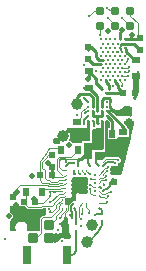
<source format=gbr>
G04 #@! TF.GenerationSoftware,KiCad,Pcbnew,7.0.10-7.0.10~ubuntu20.04.1*
G04 #@! TF.CreationDate,2024-01-02T22:15:02+00:00*
G04 #@! TF.ProjectId,yote,796f7465-2e6b-4696-9361-645f70636258,rev?*
G04 #@! TF.SameCoordinates,Original*
G04 #@! TF.FileFunction,Copper,L1,Top*
G04 #@! TF.FilePolarity,Positive*
%FSLAX46Y46*%
G04 Gerber Fmt 4.6, Leading zero omitted, Abs format (unit mm)*
G04 Created by KiCad (PCBNEW 7.0.10-7.0.10~ubuntu20.04.1) date 2024-01-02 22:15:02*
%MOMM*%
%LPD*%
G01*
G04 APERTURE LIST*
G04 Aperture macros list*
%AMRoundRect*
0 Rectangle with rounded corners*
0 $1 Rounding radius*
0 $2 $3 $4 $5 $6 $7 $8 $9 X,Y pos of 4 corners*
0 Add a 4 corners polygon primitive as box body*
4,1,4,$2,$3,$4,$5,$6,$7,$8,$9,$2,$3,0*
0 Add four circle primitives for the rounded corners*
1,1,$1+$1,$2,$3*
1,1,$1+$1,$4,$5*
1,1,$1+$1,$6,$7*
1,1,$1+$1,$8,$9*
0 Add four rect primitives between the rounded corners*
20,1,$1+$1,$2,$3,$4,$5,0*
20,1,$1+$1,$4,$5,$6,$7,0*
20,1,$1+$1,$6,$7,$8,$9,0*
20,1,$1+$1,$8,$9,$2,$3,0*%
G04 Aperture macros list end*
G04 #@! TA.AperFunction,SMDPad,CuDef*
%ADD10R,0.600000X0.500000*%
G04 #@! TD*
G04 #@! TA.AperFunction,SMDPad,CuDef*
%ADD11R,0.600000X0.800000*%
G04 #@! TD*
G04 #@! TA.AperFunction,SMDPad,CuDef*
%ADD12R,0.500000X0.600000*%
G04 #@! TD*
G04 #@! TA.AperFunction,SMDPad,CuDef*
%ADD13RoundRect,0.100000X0.350000X0.300000X-0.350000X0.300000X-0.350000X-0.300000X0.350000X-0.300000X0*%
G04 #@! TD*
G04 #@! TA.AperFunction,SMDPad,CuDef*
%ADD14RoundRect,0.100000X-0.350000X-0.300000X0.350000X-0.300000X0.350000X0.300000X-0.350000X0.300000X0*%
G04 #@! TD*
G04 #@! TA.AperFunction,SMDPad,CuDef*
%ADD15R,0.270000X0.250000*%
G04 #@! TD*
G04 #@! TA.AperFunction,ComponentPad*
%ADD16C,1.000000*%
G04 #@! TD*
G04 #@! TA.AperFunction,ConnectorPad*
%ADD17C,1.000000*%
G04 #@! TD*
G04 #@! TA.AperFunction,SMDPad,CuDef*
%ADD18C,0.243840*%
G04 #@! TD*
G04 #@! TA.AperFunction,SMDPad,CuDef*
%ADD19R,0.800000X0.600000*%
G04 #@! TD*
G04 #@! TA.AperFunction,SMDPad,CuDef*
%ADD20R,0.250000X0.270000*%
G04 #@! TD*
G04 #@! TA.AperFunction,SMDPad,CuDef*
%ADD21C,0.152400*%
G04 #@! TD*
G04 #@! TA.AperFunction,SMDPad,CuDef*
%ADD22C,0.220000*%
G04 #@! TD*
G04 #@! TA.AperFunction,SMDPad,CuDef*
%ADD23R,0.800000X1.600000*%
G04 #@! TD*
G04 #@! TA.AperFunction,SMDPad,CuDef*
%ADD24R,0.700000X0.600000*%
G04 #@! TD*
G04 #@! TA.AperFunction,ConnectorPad*
%ADD25C,0.787400*%
G04 #@! TD*
G04 #@! TA.AperFunction,ViaPad*
%ADD26C,0.300000*%
G04 #@! TD*
G04 #@! TA.AperFunction,ViaPad*
%ADD27C,0.500000*%
G04 #@! TD*
G04 #@! TA.AperFunction,Conductor*
%ADD28C,0.250000*%
G04 #@! TD*
G04 #@! TA.AperFunction,Conductor*
%ADD29C,0.150000*%
G04 #@! TD*
G04 #@! TA.AperFunction,Conductor*
%ADD30C,0.110000*%
G04 #@! TD*
G04 #@! TA.AperFunction,Conductor*
%ADD31C,0.500000*%
G04 #@! TD*
G04 #@! TA.AperFunction,Conductor*
%ADD32C,0.133500*%
G04 #@! TD*
G04 APERTURE END LIST*
D10*
X32450000Y47870000D03*
X33450000Y47870000D03*
D11*
X28640000Y43000000D03*
X27240000Y43000000D03*
D12*
X26450000Y42590000D03*
X26450000Y41590000D03*
D13*
X26240000Y36630000D03*
D14*
X24840000Y36630000D03*
X24840000Y35530000D03*
D13*
X26240000Y35530000D03*
D11*
X30150000Y43410000D03*
X31550000Y43410000D03*
D15*
X26290000Y38570000D03*
X26290000Y39120000D03*
D16*
X27400000Y44210000D03*
D17*
X27400000Y44210000D03*
D18*
X30600000Y52365000D03*
X31000000Y52365000D03*
X31400000Y52365000D03*
X31800000Y52365000D03*
X32200000Y52365000D03*
X32600000Y52365000D03*
X30800000Y52020000D03*
X31200000Y52020000D03*
X31600000Y52020000D03*
X32000000Y52020000D03*
X32400000Y52020000D03*
X30600000Y51675000D03*
X31000000Y51675000D03*
X31400000Y51675000D03*
X31800000Y51675000D03*
X32200000Y51675000D03*
X32600000Y51675000D03*
X30800000Y51330000D03*
X31200000Y51330000D03*
X31600000Y51330000D03*
X32000000Y51330000D03*
X32400000Y51330000D03*
X30600000Y50985000D03*
X31000000Y50985000D03*
X31400000Y50985000D03*
X31800000Y50985000D03*
X32200000Y50985000D03*
X32600000Y50985000D03*
X30800000Y50640000D03*
X31200000Y50640000D03*
X31600000Y50640000D03*
X32000000Y50640000D03*
X32400000Y50640000D03*
X30600000Y50295000D03*
X31000000Y50295000D03*
X31400000Y50295000D03*
X31800000Y50295000D03*
X32200000Y50295000D03*
X32600000Y50295000D03*
X30800000Y49950000D03*
X31200000Y49950000D03*
X31600000Y49950000D03*
X32000000Y49950000D03*
X32400000Y49950000D03*
X30600000Y49605000D03*
X31000000Y49605000D03*
X31400000Y49605000D03*
X31800000Y49605000D03*
X32200000Y49605000D03*
X32600000Y49605000D03*
X30800000Y49260000D03*
X31200000Y49260000D03*
X31600000Y49260000D03*
X32000000Y49260000D03*
X32400000Y49260000D03*
X30600000Y48915000D03*
X31000000Y48915000D03*
X31400000Y48915000D03*
X31800000Y48915000D03*
X32200000Y48915000D03*
X32600000Y48915000D03*
D19*
X32430000Y44510000D03*
X32430000Y43110000D03*
D15*
X28445000Y36720000D03*
X28445000Y36170000D03*
D20*
X31245000Y48170000D03*
X30695000Y48170000D03*
D21*
X27260000Y38130000D03*
X27260000Y38480000D03*
X27260000Y38830000D03*
X27260000Y39530000D03*
X27260000Y40230000D03*
X27260000Y40930000D03*
X27260000Y41630000D03*
X27260000Y41980000D03*
X27610000Y38130000D03*
X27610000Y38480000D03*
X27610000Y39180000D03*
X27610000Y39530000D03*
X27610000Y39880000D03*
X27610000Y40230000D03*
X27610000Y40580000D03*
X27610000Y40930000D03*
X27610000Y41280000D03*
X27610000Y41630000D03*
X27610000Y41980000D03*
X27960000Y38480000D03*
X27960000Y39180000D03*
X27960000Y39530000D03*
X27960000Y39880000D03*
X27960000Y40230000D03*
X27960000Y40580000D03*
X27960000Y40930000D03*
X27960000Y41280000D03*
X27960000Y41630000D03*
X28310000Y38130000D03*
X28310000Y38480000D03*
X28310000Y41280000D03*
X28310000Y41630000D03*
X28310000Y41980000D03*
X28660000Y38480000D03*
X28660000Y38830000D03*
X28660000Y39180000D03*
X28660000Y39530000D03*
X28660000Y39880000D03*
X28660000Y40230000D03*
X28660000Y40580000D03*
X28660000Y41280000D03*
X28660000Y41630000D03*
X29010000Y38130000D03*
X29010000Y38480000D03*
X29010000Y38830000D03*
X29010000Y39530000D03*
X29010000Y39880000D03*
X29010000Y40230000D03*
X29010000Y40580000D03*
X29010000Y41280000D03*
X29010000Y41630000D03*
X29010000Y41980000D03*
X29360000Y38480000D03*
X29360000Y38830000D03*
X29360000Y39530000D03*
X29360000Y39880000D03*
X29360000Y40230000D03*
X29360000Y40580000D03*
X29360000Y41280000D03*
X29360000Y41630000D03*
X29710000Y38130000D03*
X29710000Y38480000D03*
X29710000Y38830000D03*
X29710000Y41280000D03*
X29710000Y41630000D03*
X29710000Y41980000D03*
X30060000Y38480000D03*
X30060000Y38830000D03*
X30060000Y39180000D03*
X30060000Y39530000D03*
X30060000Y39880000D03*
X30060000Y40230000D03*
X30060000Y40580000D03*
X30060000Y40930000D03*
X30060000Y41280000D03*
X30060000Y41630000D03*
X30410000Y38130000D03*
X30410000Y38480000D03*
X30410000Y38830000D03*
X30410000Y39180000D03*
X30410000Y39530000D03*
X30410000Y39880000D03*
X30410000Y40230000D03*
X30410000Y40580000D03*
X30410000Y40930000D03*
X30410000Y41280000D03*
X30410000Y41630000D03*
X30410000Y41980000D03*
X30760000Y38130000D03*
X30760000Y38830000D03*
X30760000Y39530000D03*
X30760000Y40230000D03*
X30760000Y40930000D03*
X30760000Y41630000D03*
X30760000Y41980000D03*
D10*
X25430000Y40880000D03*
X26430000Y40880000D03*
D15*
X31550000Y41995000D03*
X31550000Y42545000D03*
D22*
X31090000Y47080000D03*
X31090000Y46680000D03*
X31090000Y46280000D03*
X31090000Y45880000D03*
X31090000Y45480000D03*
X30690000Y47080000D03*
X30690000Y46680000D03*
X30690000Y46280000D03*
X30690000Y45880000D03*
X30690000Y45480000D03*
X30290000Y47080000D03*
X30290000Y46680000D03*
X30290000Y46280000D03*
X30290000Y45880000D03*
X30290000Y45480000D03*
X29890000Y47080000D03*
X29890000Y46680000D03*
X29890000Y46280000D03*
X29890000Y45880000D03*
X29890000Y45480000D03*
X29490000Y47080000D03*
X29490000Y46680000D03*
X29490000Y46280000D03*
X29490000Y45880000D03*
X29490000Y45480000D03*
D23*
X27710000Y34110000D03*
X24310000Y34110000D03*
D15*
X30650000Y37565000D03*
X30650000Y37015000D03*
D10*
X24050000Y38630000D03*
X25050000Y38630000D03*
D20*
X28120000Y37250000D03*
X27570000Y37250000D03*
D12*
X32980000Y46410000D03*
X32980000Y45410000D03*
X33910000Y52510000D03*
X33910000Y51510000D03*
X29440000Y43310000D03*
X29440000Y44310000D03*
D15*
X27120000Y37255000D03*
X27120000Y36705000D03*
D19*
X29570000Y48270000D03*
X29570000Y49670000D03*
D20*
X29655000Y42650000D03*
X30205000Y42650000D03*
D19*
X33560000Y50630000D03*
X33560000Y49230000D03*
D24*
X28540000Y45400000D03*
D19*
X28540000Y44000000D03*
D12*
X31740000Y40310000D03*
X31740000Y41310000D03*
D16*
X29420000Y35220000D03*
D17*
X29420000Y35220000D03*
D11*
X31570000Y44400000D03*
X30170000Y44400000D03*
D12*
X23190000Y39030000D03*
X23190000Y38030000D03*
D20*
X26255000Y37770000D03*
X25705000Y37770000D03*
D16*
X29820000Y36670000D03*
D17*
X29820000Y36670000D03*
D12*
X29540000Y50690000D03*
X29540000Y51690000D03*
D16*
X28600000Y46890000D03*
D17*
X28600000Y46890000D03*
D20*
X28445000Y35620000D03*
X27895000Y35620000D03*
D25*
X33050000Y54765000D03*
X33050000Y53495000D03*
X31780000Y54765000D03*
X31780000Y53495000D03*
X30510000Y54765000D03*
X30510000Y53495000D03*
D11*
X25620000Y39490000D03*
X24220000Y39490000D03*
D26*
X27337428Y35276365D03*
X31775915Y41874085D03*
X30120000Y37520000D03*
D27*
X33260000Y52780000D03*
X30044500Y43320000D03*
D26*
X26192324Y37997353D03*
X31171290Y48571290D03*
D27*
X23480000Y39414500D03*
D26*
X31615934Y40554807D03*
X27946878Y37511099D03*
X29360000Y40230000D03*
X31200000Y49260000D03*
X28660000Y39880000D03*
X26270000Y39420000D03*
X32375500Y51330000D03*
X26785000Y35909002D03*
X29010000Y39880000D03*
X33390000Y47400000D03*
X30581615Y39796387D03*
X28660000Y39530000D03*
X26522087Y40624500D03*
X26658000Y39418243D03*
X29364397Y40583237D03*
X32000000Y49260000D03*
X29355492Y39526267D03*
X29010000Y39530000D03*
D27*
X29466842Y48979500D03*
D26*
X28660000Y40230000D03*
D27*
X32967272Y45462727D03*
D26*
X29610000Y54330000D03*
X30324000Y45277228D03*
X33869071Y51512079D03*
X29495469Y51432459D03*
X29010000Y40230000D03*
D27*
X24931798Y38824502D03*
X23410498Y38320000D03*
D26*
X33706757Y49636757D03*
X32400000Y52020000D03*
X27605500Y37179224D03*
X28660000Y40580000D03*
X29360000Y39880000D03*
X31800000Y50980000D03*
X27923597Y41943595D03*
X32200000Y51675000D03*
X29020000Y40590000D03*
X31503763Y42648535D03*
D27*
X26115813Y41947421D03*
D26*
X25689271Y37902138D03*
X29616032Y37674720D03*
X31130000Y55050000D03*
D27*
X22778778Y37417460D03*
D26*
X31600000Y52020000D03*
X28572668Y45942994D03*
D27*
X29540000Y50690000D03*
X24790498Y40835000D03*
D26*
X31009501Y47822512D03*
X31986022Y51325590D03*
X33045141Y45964859D03*
D27*
X27905500Y43454500D03*
D26*
X29170000Y48220000D03*
X28925000Y36575000D03*
X29248940Y40956028D03*
D27*
X31191720Y53057377D03*
D26*
X32000000Y52020000D03*
D27*
X32417065Y53124894D03*
D26*
X29005000Y37596346D03*
X32400000Y54180000D03*
X31180000Y54180000D03*
X28880500Y37130984D03*
X30060000Y40230000D03*
X30500700Y52720000D03*
X27000000Y36270000D03*
X30600000Y50985000D03*
X29135493Y50207003D03*
X32395834Y50631692D03*
X30060000Y39530000D03*
X28372332Y40945375D03*
X29145500Y47390500D03*
X28802762Y40942397D03*
X30009500Y45039938D03*
X29702071Y39671302D03*
X29217484Y46098831D03*
X29709999Y40059086D03*
X32402741Y48462741D03*
X32065500Y42152614D03*
X32963992Y50060000D03*
X32200000Y50295000D03*
X30060000Y40930000D03*
X29140000Y45250000D03*
X31230000Y39130000D03*
X31420189Y39469911D03*
X31000000Y50300000D03*
X30994104Y40441809D03*
X32000000Y50640000D03*
X31058086Y40826021D03*
X32956291Y49655950D03*
X32920498Y49240000D03*
X31168269Y41593497D03*
X32200000Y49610000D03*
X31084502Y38590000D03*
X30879522Y40047312D03*
X31998543Y49943357D03*
X31150500Y41204402D03*
X31800000Y49605000D03*
X32870019Y50684500D03*
X31629500Y48417920D03*
X29739885Y40570526D03*
X31200000Y50640000D03*
X22495532Y35445531D03*
X30209500Y49685523D03*
X29660212Y40961243D03*
D28*
X33765000Y52365000D02*
X33910000Y52510000D01*
D29*
X31330000Y39924532D02*
X31330000Y40270000D01*
D28*
X30270000Y44390000D02*
X30270000Y43420000D01*
X29520000Y42860000D02*
X28931200Y42271200D01*
D29*
X27610000Y41980000D02*
X27610000Y42200000D01*
X31760000Y40410741D02*
X31615934Y40554807D01*
X31550000Y41995000D02*
X31655000Y41995000D01*
D28*
X29520000Y43320000D02*
X30170000Y43320000D01*
D30*
X27143132Y40008800D02*
X27064332Y39930000D01*
D29*
X28660000Y42200000D02*
X28670000Y42210000D01*
X31330000Y40270000D02*
X31360000Y40300000D01*
D30*
X33050000Y54765000D02*
X33050000Y54390000D01*
D28*
X33120000Y52365000D02*
X33120000Y52640000D01*
D29*
X31760000Y40300000D02*
X31760000Y40410741D01*
D28*
X31265000Y48190000D02*
X31245000Y48170000D01*
D29*
X27946878Y37511099D02*
X28145000Y37312977D01*
D28*
X30270000Y43420000D02*
X30260000Y43410000D01*
X32600000Y52365000D02*
X33120000Y52365000D01*
D29*
X28068800Y37811200D02*
X28145000Y37735000D01*
X30410000Y38130000D02*
X30650000Y37890000D01*
D30*
X27260000Y38830000D02*
X27260000Y38797158D01*
X27297175Y41280000D02*
X27038800Y41538375D01*
D29*
X27588800Y42221200D02*
X27160091Y42221200D01*
X30967753Y39737753D02*
X31143221Y39737753D01*
D28*
X29520000Y43320000D02*
X29520000Y42785000D01*
D29*
X28310000Y38480000D02*
X28068800Y38238800D01*
D30*
X27610000Y41280000D02*
X27297175Y41280000D01*
D28*
X30690000Y44920000D02*
X30170000Y44400000D01*
D29*
X29468800Y41871200D02*
X29468800Y42463800D01*
X30760000Y39530000D02*
X30967753Y39737753D01*
D30*
X27610000Y40230000D02*
X27388800Y40008800D01*
X27260000Y38797158D02*
X26820000Y38357158D01*
X28621405Y42238595D02*
X28660000Y42200000D01*
D29*
X31360000Y40300000D02*
X31760000Y40300000D01*
D30*
X33710000Y53730000D02*
X33710000Y52710000D01*
D28*
X29520000Y43320000D02*
X29520000Y42860000D01*
D29*
X27610000Y42200000D02*
X27645000Y42235000D01*
D30*
X30150000Y43410000D02*
X30134500Y43410000D01*
X27038800Y42099909D02*
X27160091Y42221200D01*
D28*
X23190000Y39124500D02*
X23480000Y39414500D01*
X28731200Y42271200D02*
X28660000Y42200000D01*
D29*
X31655000Y41995000D02*
X31775915Y41874085D01*
X31125000Y41995000D02*
X31550000Y41995000D01*
D28*
X30690000Y45480000D02*
X30690000Y44920000D01*
D30*
X30134500Y43410000D02*
X30044500Y43320000D01*
D28*
X33120000Y52640000D02*
X33260000Y52780000D01*
D30*
X26170000Y39930000D02*
X26065000Y40035000D01*
D28*
X33120000Y52365000D02*
X33765000Y52365000D01*
X29520000Y42785000D02*
X29655000Y42650000D01*
D30*
X33050000Y54390000D02*
X33710000Y53730000D01*
X26065000Y40035000D02*
X23775000Y40035000D01*
D29*
X29710000Y41630000D02*
X29468800Y41871200D01*
D30*
X26255000Y37770000D02*
X26255000Y37934677D01*
D29*
X28660000Y41630000D02*
X28660000Y42200000D01*
D30*
X27038800Y41538375D02*
X27038800Y42099909D01*
D29*
X31143221Y39737753D02*
X31330000Y39924532D01*
X30650000Y37890000D02*
X30650000Y37565000D01*
D28*
X31000000Y48915000D02*
X31000000Y48742580D01*
D30*
X26820000Y38357158D02*
X26820000Y38137158D01*
D29*
X28145000Y37312977D02*
X28145000Y37250000D01*
D28*
X31265000Y48477580D02*
X31265000Y48190000D01*
D30*
X23775000Y40035000D02*
X23150000Y39410000D01*
D29*
X27610000Y42200000D02*
X27588800Y42221200D01*
D30*
X27064332Y39930000D02*
X26170000Y39930000D01*
X33710000Y52710000D02*
X33910000Y52510000D01*
D28*
X28931200Y42271200D02*
X28731200Y42271200D01*
X23190000Y39030000D02*
X23190000Y39124500D01*
D30*
X27388800Y40008800D02*
X27143132Y40008800D01*
D29*
X30120000Y37520000D02*
X30165000Y37565000D01*
D28*
X30170000Y43320000D02*
X30260000Y43410000D01*
D30*
X26452842Y37770000D02*
X26255000Y37770000D01*
D29*
X30165000Y37565000D02*
X30650000Y37565000D01*
X30760000Y41630000D02*
X31125000Y41995000D01*
D30*
X26820000Y38137158D02*
X26452842Y37770000D01*
D29*
X29468800Y42463800D02*
X29655000Y42650000D01*
D28*
X31000000Y48742580D02*
X31265000Y48477580D01*
D29*
X28145000Y37735000D02*
X28145000Y37250000D01*
D30*
X26255000Y37934677D02*
X26192324Y37997353D01*
X27648595Y42238595D02*
X28621405Y42238595D01*
D29*
X28068800Y38238800D02*
X28068800Y37811200D01*
D30*
X23150000Y39410000D02*
X23150000Y39050000D01*
D28*
X29570000Y49082658D02*
X29570000Y49670000D01*
D29*
X29010000Y40230000D02*
X29360000Y40230000D01*
X28240000Y38830000D02*
X27830000Y38830000D01*
X29020000Y40590000D02*
X29020000Y40240000D01*
D30*
X23605000Y38155000D02*
X24329500Y37430500D01*
D29*
X29364397Y40583237D02*
X29357634Y40590000D01*
D28*
X29890000Y46280000D02*
X29890000Y45880000D01*
D29*
X28340000Y40240000D02*
X28340000Y39890000D01*
D28*
X30185000Y49055000D02*
X30185000Y48630000D01*
D30*
X27595000Y37250000D02*
X27595000Y37642158D01*
D28*
X31055000Y45423788D02*
X31090000Y45458788D01*
D30*
X24329500Y37430500D02*
X24975000Y37430500D01*
D29*
X32145000Y42545000D02*
X32430000Y42260000D01*
D30*
X26270000Y39420000D02*
X26290000Y39400000D01*
X26769757Y39530000D02*
X27260000Y39530000D01*
D28*
X29540000Y51476990D02*
X29495469Y51432459D01*
D30*
X27320000Y36069002D02*
X27320000Y36525000D01*
D29*
X28660000Y39880000D02*
X28350000Y39880000D01*
X27830000Y38830000D02*
X27610000Y38610000D01*
D30*
X23410498Y38320000D02*
X23575498Y38155000D01*
D31*
X33560000Y49230000D02*
X33560000Y47950000D01*
D29*
X30205000Y42650000D02*
X31445000Y42650000D01*
D30*
X26260000Y39120000D02*
X26290000Y39120000D01*
X25050000Y38706300D02*
X25050000Y38550000D01*
D29*
X28273595Y41943595D02*
X28310000Y41980000D01*
D28*
X30150000Y50895000D02*
X30150000Y51290000D01*
D29*
X32278081Y51596919D02*
X32200000Y51675000D01*
X28350000Y40230000D02*
X28340000Y40240000D01*
X27960000Y38480000D02*
X27610000Y38480000D01*
X31550000Y42545000D02*
X32145000Y42545000D01*
D28*
X31090000Y45458788D02*
X31079394Y45469394D01*
D30*
X27280998Y35909002D02*
X26785000Y35909002D01*
D28*
X31780000Y41300000D02*
X31760000Y41300000D01*
X33910000Y51510000D02*
X33400000Y52020000D01*
X30415000Y50630000D02*
X30150000Y50895000D01*
D29*
X28340000Y39890000D02*
X28340000Y39530000D01*
X29020000Y40240000D02*
X29010000Y40230000D01*
D31*
X33560000Y47950000D02*
X33450000Y47840000D01*
D29*
X29010000Y40230000D02*
X28660000Y40230000D01*
D28*
X33910000Y51510000D02*
X33871150Y51510000D01*
X31550000Y43410000D02*
X31830000Y43410000D01*
D29*
X27923595Y41943595D02*
X27610000Y41630000D01*
X29355492Y39526267D02*
X29351759Y39530000D01*
D30*
X33010000Y43890000D02*
X33010000Y45380000D01*
D29*
X31503763Y42648535D02*
X31503763Y42591237D01*
D30*
X24975000Y36465000D02*
X24975000Y37430500D01*
D29*
X30650000Y37015000D02*
X30650000Y36654213D01*
D28*
X26115813Y41908294D02*
X26434107Y41590000D01*
D30*
X27060000Y35809002D02*
X27060000Y35600000D01*
X31800000Y50985000D02*
X31800000Y50980000D01*
D28*
X26440000Y41590000D02*
X26440000Y40890000D01*
D29*
X28340000Y39530000D02*
X28340000Y38930000D01*
D28*
X26115813Y41947421D02*
X26115813Y41908294D01*
D30*
X27595000Y37250000D02*
X27605500Y37239500D01*
X23575498Y38155000D02*
X23605000Y38155000D01*
D28*
X33450000Y47460000D02*
X33390000Y47400000D01*
D29*
X30581615Y39796387D02*
X30498002Y39880000D01*
X30168800Y42613800D02*
X30168800Y41871200D01*
D28*
X32430000Y43110000D02*
X32430000Y41950000D01*
X31550000Y43410000D02*
X31055000Y43905000D01*
D30*
X32430000Y43110000D02*
X32890000Y43570000D01*
D29*
X32200000Y51675000D02*
X32321919Y51796919D01*
D30*
X32890000Y43570000D02*
X32890000Y43770000D01*
X33560000Y49230000D02*
X33560000Y49490000D01*
D29*
X28340000Y38930000D02*
X28240000Y38830000D01*
D30*
X30045000Y54765000D02*
X29610000Y54330000D01*
D28*
X29570000Y49670000D02*
X30185000Y49055000D01*
X30290000Y45880000D02*
X30290000Y45311228D01*
D29*
X27610000Y38610000D02*
X27610000Y38480000D01*
D30*
X27605500Y37179224D02*
X27594224Y37179224D01*
X24931798Y38824502D02*
X25050000Y38706300D01*
X25705000Y37770000D02*
X25314500Y37770000D01*
D28*
X30235000Y48630000D02*
X30695000Y48170000D01*
D29*
X28420000Y40580000D02*
X28340000Y40500000D01*
D28*
X29505000Y45465000D02*
X29495061Y45474939D01*
D30*
X27570000Y35620000D02*
X27280998Y35909002D01*
D29*
X32400000Y51330000D02*
X32278081Y51451919D01*
D30*
X27594224Y37179224D02*
X27120000Y36705000D01*
D29*
X29010000Y39880000D02*
X29010000Y39530000D01*
D30*
X27595000Y37642158D02*
X27848800Y37895958D01*
D29*
X31503763Y42591237D02*
X31550000Y42545000D01*
X29552159Y35220000D02*
X29420000Y35220000D01*
D30*
X32890000Y43770000D02*
X33010000Y43890000D01*
D29*
X32321919Y51796919D02*
X32321919Y51941919D01*
D28*
X23410498Y38320000D02*
X23190000Y38099502D01*
D29*
X30650000Y36654213D02*
X30384698Y36052539D01*
X28350000Y39880000D02*
X28340000Y39890000D01*
D30*
X25705000Y37770000D02*
X25705000Y37886409D01*
D29*
X31445000Y42650000D02*
X31550000Y42545000D01*
D28*
X33871150Y51510000D02*
X33869071Y51512079D01*
D29*
X32321919Y51941919D02*
X32400000Y52020000D01*
X30205000Y42650000D02*
X30168800Y42613800D01*
X29360000Y39530775D02*
X29360000Y40580000D01*
X28660000Y40230000D02*
X28350000Y40230000D01*
D28*
X31830000Y43410000D02*
X32130000Y43410000D01*
D29*
X30384698Y36052539D02*
X29552159Y35220000D01*
D28*
X30690000Y45880000D02*
X29890000Y45880000D01*
D30*
X27610000Y40930000D02*
X27388800Y40708800D01*
X25050000Y38550000D02*
X25690000Y38550000D01*
D32*
X26601200Y40708800D02*
X26430000Y40880000D01*
D29*
X32278081Y51451919D02*
X32278081Y51596919D01*
D30*
X25314500Y37770000D02*
X25200000Y37655500D01*
X27895000Y35620000D02*
X27570000Y35620000D01*
X25690000Y38550000D02*
X26260000Y39120000D01*
X27848800Y37895958D02*
X27848800Y38368800D01*
X33010000Y45380000D02*
X32980000Y45410000D01*
D29*
X30168800Y41871200D02*
X30410000Y41630000D01*
D28*
X31055000Y43905000D02*
X31055000Y45423788D01*
D29*
X29010000Y40580000D02*
X28660000Y40580000D01*
X29010000Y40230000D02*
X29010000Y39880000D01*
D28*
X30690000Y46280000D02*
X30690000Y45880000D01*
D29*
X29355492Y39526267D02*
X29360000Y39530775D01*
X27923597Y41943595D02*
X27923595Y41943595D01*
D28*
X29540000Y51690000D02*
X29540000Y51476990D01*
D29*
X29010000Y39880000D02*
X29360000Y39880000D01*
D28*
X29440000Y44310000D02*
X29505000Y44375000D01*
X30800000Y50640000D02*
X30790000Y50630000D01*
D29*
X29010000Y40590000D02*
X29010000Y40580000D01*
D28*
X28540000Y44040000D02*
X28540000Y44030000D01*
D29*
X29010000Y39530000D02*
X28660000Y39530000D01*
D30*
X27848800Y38368800D02*
X27960000Y38480000D01*
D28*
X33400000Y52020000D02*
X32400000Y52020000D01*
D29*
X28660000Y40580000D02*
X28420000Y40580000D01*
D30*
X26380000Y39530000D02*
X27260000Y39530000D01*
D28*
X30290000Y45311228D02*
X30324000Y45277228D01*
D29*
X28660000Y39530000D02*
X28340000Y39530000D01*
D28*
X32130000Y43410000D02*
X32430000Y43110000D01*
D29*
X32400000Y51330000D02*
X32375500Y51330000D01*
D32*
X26670000Y40708800D02*
X26601200Y40708800D01*
D30*
X26658000Y39418243D02*
X26769757Y39530000D01*
X26670000Y40708800D02*
X26621200Y40708800D01*
D29*
X29363237Y40583237D02*
X29360000Y40580000D01*
D28*
X30185000Y48630000D02*
X30235000Y48630000D01*
X30150000Y51290000D02*
X29750000Y51690000D01*
D30*
X27320000Y36525000D02*
X27180000Y36665000D01*
D28*
X29750000Y51690000D02*
X29540000Y51690000D01*
X29466842Y48979500D02*
X29570000Y49082658D01*
D30*
X26265000Y35505000D02*
X26965000Y35505000D01*
X24975000Y37430500D02*
X25200000Y37655500D01*
D29*
X29351759Y39530000D02*
X29010000Y39530000D01*
D30*
X27605500Y37239500D02*
X27605500Y37179224D01*
D29*
X28340000Y40500000D02*
X28340000Y40240000D01*
X29010000Y39880000D02*
X28660000Y39880000D01*
D28*
X30790000Y50630000D02*
X30415000Y50630000D01*
X23190000Y38099502D02*
X23190000Y38030000D01*
D29*
X29364397Y40583237D02*
X29363237Y40583237D01*
D28*
X33450000Y47840000D02*
X33450000Y47460000D01*
D29*
X30498002Y39880000D02*
X30410000Y39880000D01*
X28660000Y40580000D02*
X28660000Y39530000D01*
D30*
X30510000Y54765000D02*
X30045000Y54765000D01*
D29*
X29357634Y40590000D02*
X29010000Y40590000D01*
D30*
X27388800Y40708800D02*
X26670000Y40708800D01*
D28*
X29505000Y44375000D02*
X29505000Y45465000D01*
D30*
X33560000Y49490000D02*
X33706757Y49636757D01*
D28*
X29520000Y44320000D02*
X29420000Y44420000D01*
D29*
X27923597Y41943595D02*
X28273595Y41943595D01*
D30*
X26290000Y39400000D02*
X26290000Y39120000D01*
X26965000Y35505000D02*
X27060000Y35600000D01*
D28*
X32430000Y41950000D02*
X31780000Y41300000D01*
X32880000Y45440000D02*
X32880000Y45320000D01*
D30*
X27320000Y36069002D02*
X27060000Y35809002D01*
X26270000Y39420000D02*
X26380000Y39530000D01*
X25705000Y37886409D02*
X25689271Y37902138D01*
X26620000Y38502825D02*
X26620000Y38430000D01*
X26482353Y38292353D02*
X25622353Y38292353D01*
X26620000Y38430000D02*
X26482353Y38292353D01*
X24440000Y38160000D02*
X24220000Y38380000D01*
X27481200Y39051200D02*
X27168375Y39051200D01*
X24220000Y38380000D02*
X24220000Y39490000D01*
X25490000Y38160000D02*
X24440000Y38160000D01*
X27168375Y39051200D02*
X26620000Y38502825D01*
X27610000Y39180000D02*
X27481200Y39051200D01*
X25622353Y38292353D02*
X25490000Y38160000D01*
X27180000Y37510000D02*
X27180000Y37315000D01*
X27610000Y38130000D02*
X27610000Y37940000D01*
X27180000Y37315000D02*
X27120000Y37255000D01*
X27610000Y37940000D02*
X27180000Y37510000D01*
X27780000Y34040000D02*
X27710000Y34110000D01*
D32*
X28357132Y34232132D02*
X28322868Y34197868D01*
X28445000Y36170000D02*
X28445000Y34444264D01*
D30*
X27710000Y34785000D02*
X27710000Y34110000D01*
D32*
X28110736Y34110000D02*
X27710000Y34110000D01*
X28110736Y34109975D02*
G75*
G03*
X28322868Y34197868I-36J300025D01*
G01*
X28357114Y34232150D02*
G75*
G03*
X28445000Y34444264I-212114J212150D01*
G01*
D30*
X26981490Y40130000D02*
X26252843Y40130000D01*
X26147843Y40235000D02*
X25635000Y40235000D01*
X27099733Y43140267D02*
X27240000Y43000000D01*
X27260000Y40230000D02*
X27081490Y40230000D01*
X25430000Y40440000D02*
X25430000Y42035087D01*
X26205662Y43140267D02*
X27099733Y43140267D01*
X25430000Y42035087D02*
X25824432Y42569624D01*
X27081490Y40230000D02*
X26981490Y40130000D01*
X25635000Y40235000D02*
X25430000Y40440000D01*
X26252843Y40130000D02*
X26147843Y40235000D01*
X25824432Y42569624D02*
X26205662Y43140267D01*
X27610000Y39530000D02*
X27388800Y39308800D01*
X27028800Y39308800D02*
X26290000Y38570000D01*
X27388800Y39308800D02*
X27028800Y39308800D01*
X26335686Y40330000D02*
X26230686Y40435000D01*
X25904412Y42364412D02*
X26090000Y42550000D01*
X26055000Y40435000D02*
X25875000Y40615000D01*
X27019847Y40451200D02*
X26898647Y40330000D01*
X25875000Y40615000D02*
X25875000Y41275000D01*
X26230686Y40435000D02*
X26055000Y40435000D01*
X26898647Y40330000D02*
X26335686Y40330000D01*
X25630000Y41520000D02*
X25630000Y41992527D01*
X26090000Y42550000D02*
X26420000Y42550000D01*
X25875000Y41275000D02*
X25630000Y41520000D01*
X27610000Y40580000D02*
X27481200Y40451200D01*
X27481200Y40451200D02*
X27019847Y40451200D01*
X25630000Y41992527D02*
X25904412Y42364412D01*
X29618375Y37677063D02*
X29618375Y37908800D01*
X29616032Y37674720D02*
X29618375Y37677063D01*
X29360000Y38167175D02*
X29360000Y38480000D01*
X29618375Y37908800D02*
X29360000Y38167175D01*
X31415000Y54765000D02*
X31780000Y54765000D01*
X31130000Y55050000D02*
X31415000Y54765000D01*
D28*
X31800000Y48915000D02*
X31800000Y48763608D01*
X32430000Y47820000D02*
X31009501Y47820000D01*
X31800000Y48763608D02*
X32037741Y48525867D01*
X32450000Y47840000D02*
X32430000Y47820000D01*
X32037741Y48525867D02*
X32037741Y48252259D01*
X32037741Y48252259D02*
X32450000Y47840000D01*
X29935000Y50295000D02*
X29540000Y50690000D01*
X30600000Y50295000D02*
X29935000Y50295000D01*
D29*
X31990432Y51330000D02*
X31986022Y51325590D01*
X32000000Y51330000D02*
X31990432Y51330000D01*
D28*
X32740000Y51535000D02*
X32740000Y51330000D01*
X32740000Y51330000D02*
X33440000Y50630000D01*
X32600000Y51675000D02*
X32740000Y51535000D01*
X33045141Y45964859D02*
X33045141Y46344859D01*
D29*
X31390000Y46540000D02*
X31760000Y46170000D01*
D28*
X30690000Y47235563D02*
X30859437Y47405000D01*
X31920000Y46170000D02*
X32740000Y46170000D01*
X33045141Y46344859D02*
X32980000Y46410000D01*
X30690000Y46680000D02*
X30690000Y47080000D01*
D29*
X31760000Y46170000D02*
X31920000Y46170000D01*
X31390000Y47239620D02*
X31390000Y46540000D01*
D28*
X30690000Y47080000D02*
X30690000Y47235563D01*
X30859437Y47405000D02*
X31224620Y47405000D01*
D29*
X31224620Y47405000D02*
X31390000Y47239620D01*
D28*
X32740000Y46170000D02*
X32980000Y46410000D01*
X31210936Y46280000D02*
X32580000Y44910936D01*
X31090000Y46280000D02*
X31210936Y46280000D01*
X32580000Y44910936D02*
X32580000Y44510000D01*
X29220000Y48270000D02*
X29170000Y48220000D01*
X29570000Y48270000D02*
X29220000Y48270000D01*
X30290000Y47550000D02*
X29570000Y48270000D01*
X30290000Y46280000D02*
X30290000Y47080000D01*
X30290000Y47080000D02*
X30290000Y47550000D01*
D30*
X29248940Y40956028D02*
X29010000Y41194968D01*
X29010000Y41194968D02*
X29010000Y41280000D01*
D28*
X32200000Y52365000D02*
X32200000Y52907829D01*
X32200000Y52907829D02*
X32417065Y53124894D01*
D30*
X33050000Y53495000D02*
X33050000Y53530000D01*
X33050000Y53530000D02*
X32400000Y54180000D01*
X29005000Y37596346D02*
X29010000Y37601346D01*
X29010000Y37601346D02*
X29010000Y38130000D01*
X28710000Y38180000D02*
X29010000Y38480000D01*
X31780000Y53580000D02*
X31180000Y54180000D01*
X31780000Y53495000D02*
X31780000Y53581502D01*
X28880500Y37130984D02*
X28710000Y37301484D01*
X28710000Y37301484D02*
X28710000Y38180000D01*
X31780000Y53495000D02*
X31780000Y53580000D01*
X30510000Y52729300D02*
X30510000Y53495000D01*
X30500700Y52720000D02*
X30510000Y52729300D01*
X27147175Y39730000D02*
X25860000Y39730000D01*
X27538800Y39808800D02*
X27225975Y39808800D01*
X27610000Y39880000D02*
X27538800Y39808800D01*
X27225975Y39808800D02*
X27147175Y39730000D01*
X25860000Y39730000D02*
X25620000Y39490000D01*
D32*
X28310000Y38130000D02*
X28357132Y38082868D01*
X28445000Y37870736D02*
X28445000Y36720000D01*
X28445025Y37870736D02*
G75*
G03*
X28357132Y38082868I-300025J-36D01*
G01*
D30*
X26838800Y42243800D02*
X27050000Y42455000D01*
X28095000Y42455000D02*
X28640000Y43000000D01*
X27260000Y40930000D02*
X26838800Y41351200D01*
X26838800Y41351200D02*
X26838800Y42243800D01*
X27050000Y42455000D02*
X28095000Y42455000D01*
D28*
X31570000Y45459620D02*
X31570000Y44400000D01*
X31149620Y45880000D02*
X31570000Y45459620D01*
X31090000Y45880000D02*
X31149620Y45880000D01*
D30*
X32395834Y50635834D02*
X32400000Y50640000D01*
X32395834Y50631692D02*
X32395834Y50635834D01*
X28922484Y45832484D02*
X28500000Y45410000D01*
X28922484Y46221025D02*
X28922484Y45832484D01*
X28922484Y46221025D02*
X29381459Y46680000D01*
X29381459Y46680000D02*
X29490000Y46680000D01*
D29*
X28310000Y41007707D02*
X28310000Y41280000D01*
X28372332Y40945375D02*
X28310000Y41007707D01*
X29145500Y47390500D02*
X29179500Y47390500D01*
X29179500Y47390500D02*
X29490000Y47080000D01*
D30*
X27260000Y37900000D02*
X26760000Y37400000D01*
X26760000Y37150000D02*
X26265000Y36655000D01*
X27260000Y38130000D02*
X27260000Y37900000D01*
X26760000Y37400000D02*
X26760000Y37150000D01*
X25720000Y37300000D02*
X25550000Y37130000D01*
X27020000Y37980000D02*
X26340000Y37300000D01*
X27020000Y38250000D02*
X27020000Y37980000D01*
X25550000Y37130000D02*
X25550000Y36000000D01*
X25155000Y35605000D02*
X24915000Y35605000D01*
X27260000Y38480000D02*
X27250000Y38480000D01*
X25550000Y36000000D02*
X25155000Y35605000D01*
X26340000Y37300000D02*
X25720000Y37300000D01*
X27250000Y38480000D02*
X27020000Y38250000D01*
X28802762Y40942397D02*
X28660000Y41085159D01*
X28660000Y41085159D02*
X28660000Y41280000D01*
D29*
X30009500Y45039938D02*
X30009500Y45350378D01*
X30009500Y45350378D02*
X29890000Y45469878D01*
X29890000Y45469878D02*
X29890000Y45480000D01*
X29398653Y46280000D02*
X29217484Y46098831D01*
D30*
X29702071Y39671302D02*
X29702071Y39375123D01*
X29702071Y39375123D02*
X29897194Y39180000D01*
D29*
X29490000Y46280000D02*
X29398653Y46280000D01*
D30*
X29897194Y39180000D02*
X30060000Y39180000D01*
X32200000Y48850000D02*
X32200000Y48915000D01*
X32402741Y48647259D02*
X32200000Y48850000D01*
X29740914Y40059086D02*
X29709999Y40059086D01*
X29920000Y39880000D02*
X29740914Y40059086D01*
X32402741Y48462741D02*
X32402741Y48647259D01*
X30060000Y39880000D02*
X29920000Y39880000D01*
X31045000Y42265000D02*
X30760000Y41980000D01*
X32065500Y42152614D02*
X31953114Y42265000D01*
X31953114Y42265000D02*
X31045000Y42265000D01*
X32853992Y49950000D02*
X32400000Y49950000D01*
X32963992Y50060000D02*
X32853992Y49950000D01*
X30538800Y39051200D02*
X30410000Y39180000D01*
D29*
X29140000Y45250000D02*
X29140000Y45530000D01*
D30*
X31230000Y39130000D02*
X31021625Y38921625D01*
X30851625Y39051200D02*
X30538800Y39051200D01*
X30981200Y38921625D02*
X30851625Y39051200D01*
D29*
X29140000Y45530000D02*
X29490000Y45880000D01*
D30*
X31021625Y38921625D02*
X30981200Y38921625D01*
X31420189Y39469911D02*
X31153178Y39469911D01*
X30934467Y39251200D02*
X30688800Y39251200D01*
X30688800Y39251200D02*
X30410000Y39530000D01*
X31000000Y50295000D02*
X31000000Y50300000D01*
X31153178Y39469911D02*
X30934467Y39251200D01*
X30984713Y40451200D02*
X30994104Y40441809D01*
X30631200Y40451200D02*
X30984713Y40451200D01*
X30410000Y40230000D02*
X30631200Y40451200D01*
X30791301Y40656200D02*
X30871910Y40736809D01*
X30968874Y40736809D02*
X31058086Y40826021D01*
X32956291Y49655950D02*
X32905341Y49605000D01*
X30410000Y40580000D02*
X30486200Y40656200D01*
X30871910Y40736809D02*
X30968874Y40736809D01*
X32905341Y49605000D02*
X32600000Y49605000D01*
X30486200Y40656200D02*
X30791301Y40656200D01*
X32400000Y49260000D02*
X32900498Y49260000D01*
X31168269Y41593497D02*
X31074174Y41499402D01*
X30979402Y41499402D02*
X30410000Y40930000D01*
X32900498Y49260000D02*
X32920498Y49240000D01*
X31074174Y41499402D02*
X30979402Y41499402D01*
X32200000Y49605000D02*
X32200000Y49610000D01*
X31084502Y38590000D02*
X30974502Y38480000D01*
X30974502Y38480000D02*
X30410000Y38480000D01*
X30879522Y40047312D02*
X30879522Y40110478D01*
X30879522Y40110478D02*
X30760000Y40230000D01*
X32000000Y49950000D02*
X32000000Y49944814D01*
X32000000Y49944814D02*
X31998543Y49943357D01*
X30760000Y40945129D02*
X30867436Y41052565D01*
X30867436Y41052565D02*
X31019273Y41204402D01*
X31019273Y41204402D02*
X31150500Y41204402D01*
X30760000Y40930000D02*
X30760000Y40945129D01*
X30060000Y40580000D02*
X29749359Y40580000D01*
X32870019Y50684500D02*
X32600000Y50414481D01*
X32600000Y50414481D02*
X32600000Y50295000D01*
X29749359Y40580000D02*
X29739885Y40570526D01*
D28*
X29604168Y47755000D02*
X28865000Y47755000D01*
X29890000Y47469168D02*
X29604168Y47755000D01*
X28600000Y47490000D02*
X28600000Y46860000D01*
X29890000Y46680000D02*
X29890000Y47469168D01*
X28865000Y47755000D02*
X28600000Y47490000D01*
D30*
X29660212Y40961243D02*
X29360000Y41261455D01*
X29360000Y41261455D02*
X29360000Y41280000D01*
G04 #@! TA.AperFunction,Conductor*
G36*
X24125765Y38250315D02*
G01*
X24146407Y38233681D01*
X24347631Y38032458D01*
X24359503Y38020586D01*
X24359511Y38020581D01*
X24364223Y38019319D01*
X24394112Y38006938D01*
X24398333Y38004501D01*
X24402572Y38004500D01*
X24419527Y38004500D01*
X24419530Y38004500D01*
X24419531Y38004500D01*
X25518066Y38004500D01*
X25518082Y38004501D01*
X25531666Y38004501D01*
X25531670Y38004502D01*
X25535886Y38006936D01*
X25565783Y38019320D01*
X25570486Y38020580D01*
X25570490Y38020582D01*
X25570492Y38020583D01*
X25580091Y38030182D01*
X25580108Y38030197D01*
X25650444Y38100534D01*
X25711767Y38134019D01*
X25738126Y38136853D01*
X25796000Y38136853D01*
X25863039Y38117168D01*
X25908794Y38064364D01*
X25920000Y38012853D01*
X25920000Y37579500D01*
X25900315Y37512461D01*
X25847511Y37466706D01*
X25796000Y37455500D01*
X25691934Y37455500D01*
X25691918Y37455499D01*
X25678334Y37455499D01*
X25674117Y37453064D01*
X25644209Y37440676D01*
X25639508Y37439417D01*
X25624520Y37424430D01*
X25624519Y37424429D01*
X25425570Y37225481D01*
X25420197Y37220108D01*
X25420182Y37220091D01*
X25410583Y37210492D01*
X25410582Y37210489D01*
X25409321Y37205783D01*
X25396936Y37175884D01*
X25394501Y37171666D01*
X25394500Y37150468D01*
X25394500Y36244000D01*
X25374815Y36176961D01*
X25322011Y36131206D01*
X25270500Y36120000D01*
X24431440Y36120000D01*
X24364401Y36139685D01*
X24318646Y36192489D01*
X24308702Y36261647D01*
X24312463Y36278934D01*
X24345970Y36393053D01*
X24345971Y36393055D01*
X24345971Y36536979D01*
X24345970Y36536980D01*
X24305425Y36675067D01*
X24305424Y36675067D01*
X24305424Y36675070D01*
X24227614Y36796145D01*
X24118844Y36890394D01*
X23987928Y36950182D01*
X23881270Y36965517D01*
X23809672Y36965517D01*
X23703014Y36950182D01*
X23572098Y36890394D01*
X23463328Y36796145D01*
X23463327Y36796143D01*
X23385516Y36675067D01*
X23344971Y36536980D01*
X23344971Y36393053D01*
X23378479Y36278934D01*
X23378479Y36209065D01*
X23340704Y36150287D01*
X23277148Y36121262D01*
X23259502Y36120000D01*
X23044000Y36120000D01*
X22976961Y36139685D01*
X22931206Y36192489D01*
X22920000Y36244000D01*
X22920000Y37020053D01*
X22939685Y37087092D01*
X22980147Y37123703D01*
X22979473Y37124632D01*
X22987363Y37130364D01*
X22987365Y37130365D01*
X22987366Y37130366D01*
X22987370Y37130369D01*
X23065868Y37208867D01*
X23065870Y37208870D01*
X23065873Y37208873D01*
X23116278Y37307799D01*
X23116279Y37307801D01*
X23133647Y37417457D01*
X23133647Y37417462D01*
X23116279Y37527118D01*
X23116278Y37527119D01*
X23116278Y37527121D01*
X23065873Y37626047D01*
X22987365Y37704555D01*
X22987358Y37704558D01*
X22979468Y37710292D01*
X22980273Y37711401D01*
X22936913Y37752350D01*
X22920000Y37814866D01*
X22920000Y38146000D01*
X22939685Y38213039D01*
X22992489Y38258794D01*
X23044000Y38270000D01*
X24058726Y38270000D01*
X24125765Y38250315D01*
G37*
G04 #@! TD.AperFunction*
G04 #@! TA.AperFunction,Conductor*
G36*
X28695050Y40710561D02*
G01*
X28705022Y40706430D01*
X28802760Y40686989D01*
X28802762Y40686989D01*
X28802764Y40686989D01*
X28900501Y40706430D01*
X28910474Y40710561D01*
X28957926Y40720000D01*
X29139300Y40720000D01*
X29163492Y40717617D01*
X29248939Y40700620D01*
X29248940Y40700620D01*
X29248941Y40700620D01*
X29334388Y40717617D01*
X29358580Y40720000D01*
X29363115Y40720000D01*
X29430154Y40700315D01*
X29475909Y40647511D01*
X29485853Y40578353D01*
X29484732Y40571807D01*
X29484477Y40570525D01*
X29484477Y40570523D01*
X29503917Y40472791D01*
X29508592Y40461506D01*
X29505318Y40460150D01*
X29519981Y40413294D01*
X29520000Y40411104D01*
X29520000Y40263234D01*
X29500315Y40196195D01*
X29499200Y40194492D01*
X29474033Y40156826D01*
X29474032Y40156824D01*
X29474031Y40156822D01*
X29474031Y40156821D01*
X29454591Y40059088D01*
X29454591Y40059083D01*
X29474032Y39961346D01*
X29488286Y39940013D01*
X29509162Y39873335D01*
X29490676Y39805955D01*
X29488314Y39802281D01*
X29470923Y39776253D01*
X29466104Y39769041D01*
X29466103Y39769037D01*
X29446663Y39671304D01*
X29446663Y39671299D01*
X29466104Y39573562D01*
X29499103Y39524175D01*
X29519980Y39457498D01*
X29520000Y39455286D01*
X29520000Y39444000D01*
X29500315Y39376961D01*
X29447511Y39331206D01*
X29396000Y39320000D01*
X28806143Y39320000D01*
X28739104Y39339685D01*
X28737255Y39340896D01*
X28733651Y39343303D01*
X28728945Y39346448D01*
X28697092Y39352784D01*
X28660002Y39360162D01*
X28659998Y39360162D01*
X28591055Y39346448D01*
X28582745Y39340896D01*
X28521821Y39321821D01*
X28517447Y39317447D01*
X28500315Y39259102D01*
X28499126Y39257287D01*
X28493552Y39248945D01*
X28493552Y39248944D01*
X28493550Y39248940D01*
X28479838Y39180002D01*
X28479838Y39179997D01*
X28493551Y39111055D01*
X28499104Y39102745D01*
X28519980Y39036068D01*
X28520000Y39033857D01*
X28520000Y38976141D01*
X28500315Y38909102D01*
X28499126Y38907287D01*
X28493552Y38898945D01*
X28493552Y38898944D01*
X28493550Y38898940D01*
X28479838Y38830002D01*
X28479838Y38830001D01*
X28485805Y38800002D01*
X28479576Y38730411D01*
X28436713Y38675234D01*
X28370823Y38651990D01*
X28340000Y38654194D01*
X28310000Y38660162D01*
X28309997Y38660161D01*
X28308501Y38660459D01*
X28304990Y38660778D01*
X28299089Y38660421D01*
X28299086Y38660422D01*
X28287491Y38656808D01*
X28283779Y38655652D01*
X28271082Y38652420D01*
X28241055Y38646448D01*
X28241053Y38646447D01*
X28230905Y38642243D01*
X28221814Y38637902D01*
X28216492Y38634684D01*
X28216490Y38634684D01*
X28216488Y38634682D01*
X28211114Y38629308D01*
X28192323Y38613886D01*
X28182606Y38607394D01*
X28182605Y38607393D01*
X28176111Y38597674D01*
X28160690Y38578884D01*
X27988125Y38406319D01*
X27926802Y38372834D01*
X27900444Y38370000D01*
X27644000Y38370000D01*
X27576961Y38389685D01*
X27531206Y38442489D01*
X27520000Y38494000D01*
X27520000Y38796000D01*
X27539685Y38863039D01*
X27592489Y38908794D01*
X27644000Y38920000D01*
X28070000Y38920000D01*
X28070000Y38988959D01*
X28089685Y39055998D01*
X28090898Y39057850D01*
X28126448Y39111054D01*
X28126448Y39111055D01*
X28140162Y39179997D01*
X28140162Y39180002D01*
X28126448Y39248944D01*
X28126448Y39248945D01*
X28101617Y39286107D01*
X28080738Y39352784D01*
X28099222Y39420164D01*
X28101616Y39423889D01*
X28126447Y39461051D01*
X28126448Y39461055D01*
X28140162Y39529997D01*
X28140162Y39530002D01*
X28126448Y39598944D01*
X28126448Y39598945D01*
X28101617Y39636107D01*
X28080738Y39702784D01*
X28099222Y39770164D01*
X28101616Y39773889D01*
X28126447Y39811051D01*
X28126448Y39811055D01*
X28140162Y39879997D01*
X28140162Y39880002D01*
X28126448Y39948944D01*
X28126448Y39948945D01*
X28101617Y39986107D01*
X28080738Y40052784D01*
X28099222Y40120164D01*
X28101616Y40123889D01*
X28126447Y40161051D01*
X28126448Y40161055D01*
X28140162Y40229997D01*
X28140162Y40230002D01*
X28126448Y40298944D01*
X28126448Y40298945D01*
X28117870Y40311783D01*
X28101616Y40336108D01*
X28080738Y40402784D01*
X28099222Y40470164D01*
X28101616Y40473889D01*
X28126447Y40511051D01*
X28126448Y40511055D01*
X28140162Y40579997D01*
X28140162Y40585054D01*
X28159847Y40652093D01*
X28212651Y40697848D01*
X28281809Y40707792D01*
X28288353Y40706671D01*
X28372330Y40689967D01*
X28372332Y40689967D01*
X28372334Y40689967D01*
X28470069Y40709407D01*
X28472853Y40710561D01*
X28520306Y40720000D01*
X28647598Y40720000D01*
X28695050Y40710561D01*
G37*
G04 #@! TD.AperFunction*
G04 #@! TA.AperFunction,Conductor*
G36*
X27106454Y44126479D02*
G01*
X27156448Y44026078D01*
X27239334Y43950516D01*
X27321007Y43918876D01*
X27092104Y43689972D01*
X27092104Y43689971D01*
X27097410Y43685901D01*
X27110538Y43680464D01*
X27157064Y43640727D01*
X27171347Y43581232D01*
X27147932Y43524704D01*
X27095763Y43492735D01*
X27072652Y43490000D01*
X26801008Y43490000D01*
X26742817Y43508907D01*
X26731005Y43518996D01*
X26562281Y43687719D01*
X26534503Y43742236D01*
X26544074Y43802668D01*
X26545287Y43804972D01*
X26657879Y44012284D01*
X26702266Y44054396D01*
X26762928Y44062375D01*
X26816696Y44033174D01*
X26836340Y44002921D01*
X26875901Y43907410D01*
X26879971Y43902104D01*
X27106275Y44128407D01*
X27106454Y44126479D01*
G37*
G04 #@! TD.AperFunction*
G04 #@! TA.AperFunction,Conductor*
G36*
X29592288Y44890383D02*
G01*
X29650404Y44871248D01*
X29686174Y44821607D01*
X29690896Y44792292D01*
X29699083Y43899908D01*
X29680710Y43841546D01*
X29631542Y43805130D01*
X29600087Y43800000D01*
X29019999Y43800000D01*
X29008185Y43670037D01*
X28984088Y43613797D01*
X28931535Y43582462D01*
X28909592Y43580000D01*
X28267441Y43580000D01*
X28209250Y43598907D01*
X28181704Y43629501D01*
X28159628Y43667738D01*
X28071370Y43741795D01*
X27980956Y43774702D01*
X27932744Y43812371D01*
X27915879Y43871186D01*
X27923355Y43905616D01*
X27984555Y44053369D01*
X27984556Y44053369D01*
X28005177Y44209999D01*
X28005177Y44210000D01*
X27984556Y44366627D01*
X27984554Y44366635D01*
X27924099Y44512587D01*
X27920026Y44517893D01*
X27693724Y44291592D01*
X27693546Y44293521D01*
X27643552Y44393922D01*
X27560666Y44469484D01*
X27478992Y44501123D01*
X27707895Y44730026D01*
X27707240Y44740012D01*
X27686378Y44770372D01*
X27687983Y44831536D01*
X27725233Y44880076D01*
X27781691Y44897483D01*
X29592288Y44890383D01*
G37*
G04 #@! TD.AperFunction*
G04 #@! TA.AperFunction,Conductor*
G36*
X30757539Y44850315D02*
G01*
X30803294Y44797511D01*
X30814500Y44746000D01*
X30814500Y43144000D01*
X30794815Y43076961D01*
X30742011Y43031206D01*
X30690500Y43020000D01*
X29870000Y43020000D01*
X29870000Y42344000D01*
X29850315Y42276961D01*
X29797511Y42231206D01*
X29746000Y42220000D01*
X29294000Y42220000D01*
X29226961Y42239685D01*
X29181206Y42292489D01*
X29170000Y42344000D01*
X29170000Y43496000D01*
X29189685Y43563039D01*
X29242489Y43608794D01*
X29294000Y43620000D01*
X29870000Y43620000D01*
X29870000Y44661183D01*
X29889685Y44728222D01*
X29942489Y44773977D01*
X29997287Y44781856D01*
X29997287Y44784530D01*
X30009502Y44784530D01*
X30107238Y44803971D01*
X30107239Y44803971D01*
X30107240Y44803972D01*
X30174784Y44849103D01*
X30241462Y44869980D01*
X30243674Y44870000D01*
X30690500Y44870000D01*
X30757539Y44850315D01*
G37*
G04 #@! TD.AperFunction*
G04 #@! TA.AperFunction,Conductor*
G36*
X31256391Y45450315D02*
G01*
X31277033Y45433681D01*
X31308181Y45402533D01*
X31341666Y45341210D01*
X31344500Y45314852D01*
X31344500Y45019051D01*
X31324815Y44952012D01*
X31272011Y44906257D01*
X31244690Y44897433D01*
X31230787Y44894669D01*
X31230786Y44894668D01*
X31197542Y44872457D01*
X31175332Y44839214D01*
X31175329Y44839208D01*
X31169500Y44809901D01*
X31169500Y43990105D01*
X31169501Y43990097D01*
X31175330Y43960787D01*
X31197542Y43927542D01*
X31230785Y43905332D01*
X31230791Y43905329D01*
X31260099Y43899500D01*
X31260101Y43899500D01*
X31879894Y43899500D01*
X31879902Y43899501D01*
X31909212Y43905330D01*
X31942457Y43927542D01*
X31953599Y43944219D01*
X31964669Y43960787D01*
X31964670Y43960791D01*
X31970500Y43990099D01*
X31971097Y43996161D01*
X31973574Y43995917D01*
X31990139Y44052469D01*
X32042912Y44098260D01*
X32094499Y44109500D01*
X32839894Y44109500D01*
X32839902Y44109501D01*
X32869212Y44115330D01*
X32902457Y44137542D01*
X32907612Y44145258D01*
X32956303Y44185952D01*
X32953799Y44187905D01*
X32930666Y44253834D01*
X32930499Y44260226D01*
X32930499Y44819898D01*
X32924669Y44849213D01*
X32902457Y44882457D01*
X32869213Y44904669D01*
X32869205Y44904670D01*
X32866609Y44905747D01*
X32861804Y44909618D01*
X32859059Y44911453D01*
X32859223Y44911698D01*
X32812205Y44949588D01*
X32792769Y44994531D01*
X32791077Y45002492D01*
X32790607Y45004704D01*
X32789482Y45006252D01*
X32774033Y45034702D01*
X32773346Y45036495D01*
X32758894Y45050945D01*
X32746274Y45065721D01*
X32734260Y45082259D01*
X32732595Y45083219D01*
X32706920Y45102919D01*
X32551518Y45258321D01*
X32518036Y45319642D01*
X32523020Y45389334D01*
X32564892Y45445267D01*
X32630356Y45469684D01*
X32639202Y45470000D01*
X33310041Y45470000D01*
X33377080Y45450315D01*
X33422835Y45397511D01*
X33432779Y45328353D01*
X33431480Y45320928D01*
X33412111Y45227113D01*
X33411300Y45223464D01*
X33175127Y44231540D01*
X33140450Y44170883D01*
X33103930Y44151859D01*
X33130297Y44109179D01*
X33131344Y44047649D01*
X32734995Y42382983D01*
X32734182Y42379761D01*
X32694106Y42229442D01*
X32693520Y42227319D01*
X32566461Y41782616D01*
X32566089Y41781339D01*
X32437514Y41348945D01*
X32361766Y41094206D01*
X32336327Y41008657D01*
X32298351Y40950009D01*
X32234696Y40921202D01*
X32217470Y40920000D01*
X31494000Y40920000D01*
X31426961Y40939685D01*
X31381206Y40992489D01*
X31370000Y41044000D01*
X31370000Y41044403D01*
X31384624Y41094206D01*
X31381793Y41095379D01*
X31386466Y41106662D01*
X31405908Y41204399D01*
X31405908Y41204404D01*
X31386467Y41302137D01*
X31386466Y41302137D01*
X31386466Y41302142D01*
X31386463Y41302146D01*
X31381793Y41313422D01*
X31384887Y41314704D01*
X31370020Y41362177D01*
X31370000Y41364399D01*
X31370000Y41406905D01*
X31389685Y41473944D01*
X31390897Y41475794D01*
X31404234Y41495755D01*
X31404235Y41495757D01*
X31423677Y41593497D01*
X31423676Y41593500D01*
X31425162Y41600969D01*
X31457547Y41662881D01*
X31518263Y41697455D01*
X31588032Y41693716D01*
X31615669Y41679882D01*
X31678175Y41638118D01*
X31775913Y41618677D01*
X31775915Y41618677D01*
X31775917Y41618677D01*
X31873653Y41638118D01*
X31873654Y41638118D01*
X31873655Y41638119D01*
X31956516Y41693484D01*
X32011881Y41776345D01*
X32018539Y41809818D01*
X32050923Y41871727D01*
X32111638Y41906302D01*
X32115963Y41907243D01*
X32163238Y41916647D01*
X32163239Y41916647D01*
X32163240Y41916648D01*
X32246101Y41972013D01*
X32301466Y42054874D01*
X32311913Y42107394D01*
X32320908Y42152611D01*
X32320908Y42152616D01*
X32306048Y42227319D01*
X32301466Y42250354D01*
X32246101Y42333215D01*
X32163240Y42388580D01*
X32095111Y42402132D01*
X32065502Y42408022D01*
X32053287Y42408022D01*
X32053287Y42411784D01*
X32005187Y42416076D01*
X31997549Y42419757D01*
X31994781Y42420499D01*
X31994780Y42420499D01*
X31988026Y42420499D01*
X31988018Y42420500D01*
X31973584Y42420500D01*
X31024530Y42420500D01*
X31016934Y42420500D01*
X31016918Y42420499D01*
X31003334Y42420499D01*
X30999112Y42418061D01*
X30969211Y42405677D01*
X30964508Y42404417D01*
X30964507Y42404416D01*
X30964506Y42404416D01*
X30956595Y42396504D01*
X30956583Y42396494D01*
X30766408Y42206319D01*
X30705085Y42172834D01*
X30678727Y42170000D01*
X30194000Y42170000D01*
X30126961Y42189685D01*
X30081206Y42242489D01*
X30070000Y42294000D01*
X30070000Y42746000D01*
X30089685Y42813039D01*
X30142489Y42858794D01*
X30194000Y42870000D01*
X30920000Y42870000D01*
X30920000Y44920906D01*
X30920484Y44927067D01*
X30920171Y44933045D01*
X30920000Y44939547D01*
X30920000Y45346000D01*
X30939685Y45413039D01*
X30992489Y45458794D01*
X31044000Y45470000D01*
X31189352Y45470000D01*
X31256391Y45450315D01*
G37*
G04 #@! TD.AperFunction*
G04 #@! TA.AperFunction,Conductor*
G36*
X31462940Y46749849D02*
G01*
X31519612Y46708983D01*
X31535630Y46677684D01*
X31536362Y46678018D01*
X31540046Y46669951D01*
X31617857Y46548874D01*
X31726627Y46454624D01*
X31726629Y46454623D01*
X31857544Y46394835D01*
X31950795Y46381428D01*
X31964202Y46379501D01*
X31964203Y46379501D01*
X32035798Y46379501D01*
X32035800Y46379501D01*
X32062612Y46383356D01*
X32142457Y46394835D01*
X32273372Y46454623D01*
X32273374Y46454624D01*
X32314227Y46490023D01*
X32382144Y46548873D01*
X32439447Y46638039D01*
X32492251Y46683794D01*
X32543763Y46695000D01*
X33096000Y46695000D01*
X33163039Y46675315D01*
X33208794Y46622511D01*
X33220000Y46571000D01*
X33220000Y46019000D01*
X33200315Y45951961D01*
X33147511Y45906206D01*
X33096000Y45895000D01*
X31966202Y45895000D01*
X31899163Y45914685D01*
X31878521Y45931319D01*
X31645109Y46164731D01*
X31376850Y46432989D01*
X31372398Y46437682D01*
X31346443Y46466509D01*
X31346438Y46466511D01*
X31337020Y46473355D01*
X31294353Y46528685D01*
X31288287Y46597865D01*
X31300070Y46657103D01*
X31332454Y46719014D01*
X31393170Y46753588D01*
X31462940Y46749849D01*
G37*
G04 #@! TD.AperFunction*
G04 #@! TA.AperFunction,Conductor*
G36*
X31427612Y47500315D02*
G01*
X31473367Y47447511D01*
X31475944Y47441449D01*
X31562855Y47220828D01*
X31569112Y47151239D01*
X31551799Y47108339D01*
X31540046Y47090052D01*
X31536362Y47081984D01*
X31534637Y47082771D01*
X31502877Y47033365D01*
X31439318Y47004348D01*
X31370161Y47014300D01*
X31317362Y47060061D01*
X31300070Y47102893D01*
X31288287Y47162133D01*
X31241762Y47231762D01*
X31172133Y47278287D01*
X31172129Y47278287D01*
X31171550Y47278528D01*
X31170468Y47279399D01*
X31161979Y47285072D01*
X31162486Y47285831D01*
X31117145Y47322368D01*
X31095079Y47388661D01*
X31095000Y47393090D01*
X31095000Y47396000D01*
X31114685Y47463039D01*
X31167489Y47508794D01*
X31219000Y47520000D01*
X31360573Y47520000D01*
X31427612Y47500315D01*
G37*
G04 #@! TD.AperFunction*
G04 #@! TA.AperFunction,Conductor*
G36*
X27713039Y37370315D02*
G01*
X27758794Y37317511D01*
X27768046Y37274978D01*
X27769577Y37275105D01*
X27769999Y37270005D01*
X27819586Y36972481D01*
X27820315Y36967477D01*
X27839845Y36811241D01*
X27840122Y36808841D01*
X27859319Y36626469D01*
X27860000Y36613488D01*
X27860000Y36040000D01*
X27992828Y35873965D01*
X28019336Y35809319D01*
X28020000Y35796503D01*
X28020000Y35611149D01*
X28000315Y35544110D01*
X27947511Y35498355D01*
X27898884Y35487183D01*
X27616538Y35480617D01*
X27565537Y35490299D01*
X27400000Y35560000D01*
X27200000Y35550000D01*
X27019999Y35369999D01*
X26992267Y35286804D01*
X26952393Y35229430D01*
X26901219Y35204901D01*
X26710584Y35163055D01*
X26640886Y35167908D01*
X26584873Y35209673D01*
X26560333Y35275092D01*
X26560000Y35284171D01*
X26560000Y35812788D01*
X26579685Y35879827D01*
X26632489Y35925582D01*
X26677025Y35936592D01*
X27270000Y35970000D01*
X27270000Y36569999D01*
X27241766Y36626469D01*
X27233090Y36643818D01*
X27220000Y36699272D01*
X27220000Y36734436D01*
X27238848Y36800156D01*
X27470000Y37170000D01*
X27470000Y37266000D01*
X27489685Y37333039D01*
X27542489Y37378794D01*
X27594000Y37390000D01*
X27646000Y37390000D01*
X27713039Y37370315D01*
G37*
G04 #@! TD.AperFunction*
M02*

</source>
